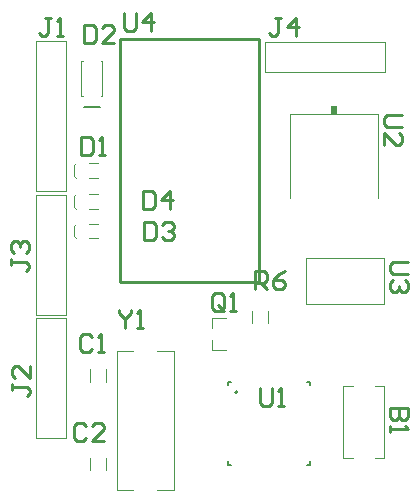
<source format=gto>
G04*
G04 #@! TF.GenerationSoftware,Altium Limited,Altium Designer,22.7.1 (60)*
G04*
G04 Layer_Color=65535*
%FSAX44Y44*%
%MOMM*%
G71*
G04*
G04 #@! TF.SameCoordinates,EF1B45EE-5991-4E0F-B012-367B3C428A9F*
G04*
G04*
G04 #@! TF.FilePolarity,Positive*
G04*
G01*
G75*
%ADD10C,0.2000*%
%ADD11C,0.1000*%
%ADD12C,0.2540*%
%ADD13C,0.1270*%
%ADD14R,0.4750X0.7250*%
D10*
X01016100Y00684090D02*
G03*
X01016100Y00684090I-00001000J00000000D01*
G01*
X00885960Y00925800D02*
X00899960D01*
D11*
X00962460Y00601050D02*
Y00718800D01*
X00913960Y00601050D02*
Y00718800D01*
Y00601050D02*
X00927710D01*
X00948210D02*
X00962460D01*
X00948210Y00718800D02*
X00962460D01*
X00913960D02*
X00927710D01*
X01140440Y00759010D02*
Y00797760D01*
X01074440Y00759010D02*
X01140440D01*
X01074440D02*
Y00797760D01*
X01140440D01*
X01060460Y00920050D02*
X01135210D01*
X01060460Y00848550D02*
Y00920050D01*
X01135210Y00848550D02*
Y00920050D01*
X00994710Y00719800D02*
Y00728050D01*
Y00738550D02*
Y00746800D01*
X01006460D01*
X00994710Y00719800D02*
X01006460D01*
X01141060Y00955600D02*
Y00981000D01*
X01039360Y00955600D02*
X01141060D01*
X01039360Y00981000D02*
X01141060D01*
X01039360Y00955600D02*
Y00981000D01*
X00845260Y00851400D02*
X00870660D01*
Y00749700D02*
Y00851400D01*
X00845260Y00749700D02*
Y00851400D01*
Y00749700D02*
X00870660D01*
X00845260Y00746800D02*
X00870660D01*
Y00645100D02*
Y00746800D01*
X00845260Y00645100D02*
Y00746800D01*
Y00645100D02*
X00870660D01*
X00845260Y00854400D02*
X00870660D01*
X00845260D02*
Y00981400D01*
X00870660Y00854400D02*
Y00981400D01*
X00845260D02*
X00870660D01*
X00890370Y00877960D02*
X00898370D01*
X00890370Y00865460D02*
X00898370D01*
X00877620Y00867210D02*
X00879370Y00865460D01*
X00877620Y00876210D02*
X00879370Y00877960D01*
X00877620Y00867210D02*
Y00876210D01*
X00891210Y00618050D02*
Y00628550D01*
X00904710Y00618050D02*
Y00628550D01*
Y00693050D02*
Y00703550D01*
X00891210Y00693050D02*
Y00703550D01*
X01132210Y00689800D02*
X01140460D01*
Y00628300D02*
Y00689800D01*
X01132460Y00628300D02*
X01140460D01*
X01105460Y00628550D02*
X01113710D01*
X01105460D02*
Y00689550D01*
X01113710D01*
X00901710Y00934800D02*
Y00964800D01*
X00883960Y00934800D02*
Y00964800D01*
X00900710D02*
X00901710D01*
X00883960D02*
X00885210D01*
X00883960Y00934800D02*
X00885210D01*
X00900710D02*
X00901710D01*
X00890370Y00851960D02*
X00898370D01*
X00890370Y00839460D02*
X00898370D01*
X00877620Y00841210D02*
X00879370Y00839460D01*
X00877620Y00850210D02*
X00879370Y00851960D01*
X00877620Y00841210D02*
Y00850210D01*
X00890370Y00826960D02*
X00898370D01*
X00890370Y00814460D02*
X00898370D01*
X00877620Y00816210D02*
X00879370Y00814460D01*
X00877620Y00825210D02*
X00879370Y00826960D01*
X00877620Y00816210D02*
Y00825210D01*
X01028620Y00742460D02*
Y00752960D01*
X01042120Y00742460D02*
Y00752960D01*
D12*
X00916230Y00983680D02*
X01034340D01*
X00916230Y00777940D02*
Y00983680D01*
Y00777940D02*
X01034340D01*
Y00983680D01*
X00915964Y00754177D02*
Y00751638D01*
X00921042Y00746560D01*
X00926121Y00751638D01*
Y00754177D01*
X00921042Y00746560D02*
Y00738942D01*
X00931199D02*
X00936277D01*
X00933738D01*
Y00754177D01*
X00931199Y00751638D01*
X00920129Y01004857D02*
Y00992162D01*
X00922668Y00989622D01*
X00927747D01*
X00930286Y00992162D01*
Y01004857D01*
X00942982Y00989622D02*
Y01004857D01*
X00935364Y00997240D01*
X00945521D01*
X01160058Y00794456D02*
X01147362D01*
X01144822Y00791917D01*
Y00786838D01*
X01147362Y00784299D01*
X01160058D01*
X01157518Y00779221D02*
X01160058Y00776682D01*
Y00771603D01*
X01157518Y00769064D01*
X01154979D01*
X01152440Y00771603D01*
Y00774142D01*
Y00771603D01*
X01149901Y00769064D01*
X01147362D01*
X01144822Y00771603D01*
Y00776682D01*
X01147362Y00779221D01*
X01155578Y00918496D02*
X01142882D01*
X01140342Y00915957D01*
Y00910878D01*
X01142882Y00908339D01*
X01155578D01*
X01140342Y00893104D02*
Y00903261D01*
X01150499Y00893104D01*
X01153038D01*
X01155578Y00895643D01*
Y00900722D01*
X01153038Y00903261D01*
X01035213Y00687978D02*
Y00675282D01*
X01037753Y00672742D01*
X01042831D01*
X01045370Y00675282D01*
Y00687978D01*
X01050448Y00672742D02*
X01055527D01*
X01052988D01*
Y00687978D01*
X01050448Y00685438D01*
X01004460Y00755722D02*
Y00765878D01*
X01001921Y00768418D01*
X00996842D01*
X00994303Y00765878D01*
Y00755722D01*
X00996842Y00753183D01*
X01001921D01*
X00999382Y00758261D02*
X01004460Y00753183D01*
X01001921D02*
X01004460Y00755722D01*
X01009538Y00753183D02*
X01014617D01*
X01012078D01*
Y00768418D01*
X01009538Y00765878D01*
X01052921Y01000918D02*
X01047842D01*
X01050382D01*
Y00988222D01*
X01047842Y00985683D01*
X01045303D01*
X01042764Y00988222D01*
X01065617Y00985683D02*
Y01000918D01*
X01057999Y00993300D01*
X01068156D01*
X00824753Y00797171D02*
Y00792093D01*
Y00794632D01*
X00837448D01*
X00839987Y00792093D01*
Y00789553D01*
X00837448Y00787014D01*
X00827292Y00802249D02*
X00824753Y00804788D01*
Y00809867D01*
X00827292Y00812406D01*
X00829831D01*
X00832370Y00809867D01*
Y00807327D01*
Y00809867D01*
X00834909Y00812406D01*
X00837448D01*
X00839987Y00809867D01*
Y00804788D01*
X00837448Y00802249D01*
X00825342Y00690761D02*
Y00685682D01*
Y00688222D01*
X00838038D01*
X00840577Y00685682D01*
Y00683143D01*
X00838038Y00680604D01*
X00840577Y00705996D02*
Y00695839D01*
X00830421Y00705996D01*
X00827882D01*
X00825342Y00703457D01*
Y00698378D01*
X00827882Y00695839D01*
X00857960Y01000918D02*
X00852882D01*
X00855421D01*
Y00988222D01*
X00852882Y00985683D01*
X00850342D01*
X00847803Y00988222D01*
X00863038Y00985683D02*
X00868117D01*
X00865578D01*
Y01000918D01*
X00863038Y00998378D01*
X00883213Y00900328D02*
Y00885092D01*
X00890831D01*
X00893370Y00887632D01*
Y00897788D01*
X00890831Y00900328D01*
X00883213D01*
X00898448Y00885092D02*
X00903527D01*
X00900988D01*
Y00900328D01*
X00898448Y00897788D01*
X00887921Y00655878D02*
X00885382Y00658418D01*
X00880303D01*
X00877764Y00655878D01*
Y00645722D01*
X00880303Y00643183D01*
X00885382D01*
X00887921Y00645722D01*
X00903156Y00643183D02*
X00892999D01*
X00903156Y00653339D01*
Y00655878D01*
X00900617Y00658418D01*
X00895538D01*
X00892999Y00655878D01*
X00892960Y00730878D02*
X00890421Y00733418D01*
X00885342D01*
X00882803Y00730878D01*
Y00720722D01*
X00885342Y00718183D01*
X00890421D01*
X00892960Y00720722D01*
X00898038Y00718183D02*
X00903117D01*
X00900578D01*
Y00733418D01*
X00898038Y00730878D01*
X01160578Y00670957D02*
X01145342D01*
Y00663339D01*
X01147882Y00660800D01*
X01150421D01*
X01152960Y00663339D01*
Y00670957D01*
Y00663339D01*
X01155499Y00660800D01*
X01158038D01*
X01160578Y00663339D01*
Y00670957D01*
X01145342Y00655722D02*
Y00650643D01*
Y00653182D01*
X01160578D01*
X01158038Y00655722D01*
X00885952Y00995167D02*
Y00979932D01*
X00893569D01*
X00896109Y00982471D01*
Y00992628D01*
X00893569Y00995167D01*
X00885952D01*
X00911344Y00979932D02*
X00901187D01*
X00911344Y00990089D01*
Y00992628D01*
X00908805Y00995167D01*
X00903726D01*
X00901187Y00992628D01*
X00937304Y00828617D02*
Y00813382D01*
X00944922D01*
X00947461Y00815922D01*
Y00826078D01*
X00944922Y00828617D01*
X00937304D01*
X00952539Y00826078D02*
X00955078Y00828617D01*
X00960157D01*
X00962696Y00826078D01*
Y00823539D01*
X00960157Y00821000D01*
X00957617D01*
X00960157D01*
X00962696Y00818461D01*
Y00815922D01*
X00960157Y00813382D01*
X00955078D01*
X00952539Y00815922D01*
X00936304Y00854617D02*
Y00839382D01*
X00943922D01*
X00946461Y00841922D01*
Y00852078D01*
X00943922Y00854617D01*
X00936304D01*
X00959157Y00839382D02*
Y00854617D01*
X00951539Y00847000D01*
X00961696D01*
X01030732Y00771398D02*
Y00786633D01*
X01038350D01*
X01040889Y00784094D01*
Y00779016D01*
X01038350Y00776476D01*
X01030732D01*
X01035810D02*
X01040889Y00771398D01*
X01056124Y00786633D02*
X01051045Y00784094D01*
X01045967Y00779016D01*
Y00773937D01*
X01048506Y00771398D01*
X01053585D01*
X01056124Y00773937D01*
Y00776476D01*
X01053585Y00779016D01*
X01045967D01*
D13*
X01074970Y00622860D02*
X01077870D01*
X01074970Y00692860D02*
X01077870D01*
X01007870Y00622860D02*
X01010770D01*
X01007870Y00692860D02*
X01010770D01*
X01077870Y00622860D02*
Y00625760D01*
Y00689960D02*
Y00692860D01*
X01007870Y00622860D02*
Y00625760D01*
Y00689960D02*
Y00692860D01*
D14*
X01097960Y00923425D02*
D03*
M02*

</source>
